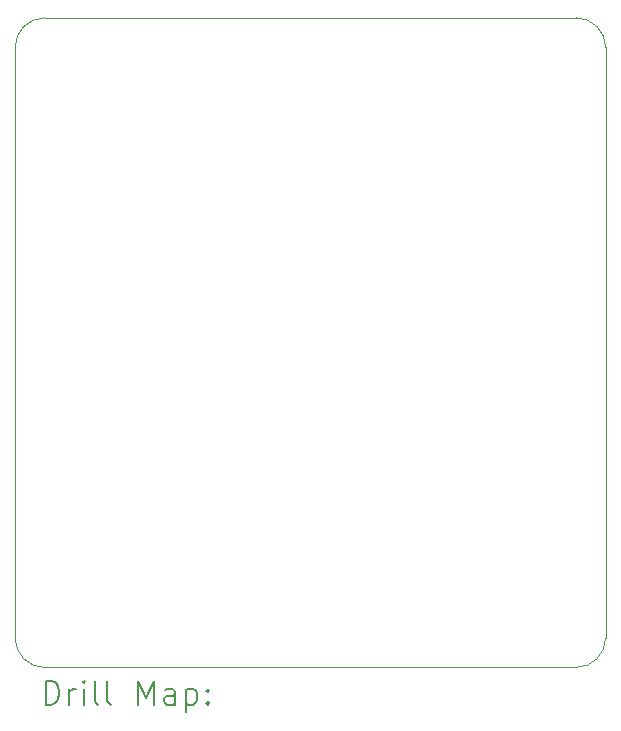
<source format=gbr>
%TF.GenerationSoftware,KiCad,Pcbnew,8.0.3-8.0.3-0~ubuntu22.04.1*%
%TF.CreationDate,2024-08-07T12:50:07+03:00*%
%TF.ProjectId,communication_body,636f6d6d-756e-4696-9361-74696f6e5f62,rev?*%
%TF.SameCoordinates,Original*%
%TF.FileFunction,Drillmap*%
%TF.FilePolarity,Positive*%
%FSLAX45Y45*%
G04 Gerber Fmt 4.5, Leading zero omitted, Abs format (unit mm)*
G04 Created by KiCad (PCBNEW 8.0.3-8.0.3-0~ubuntu22.04.1) date 2024-08-07 12:50:07*
%MOMM*%
%LPD*%
G01*
G04 APERTURE LIST*
%ADD10C,0.050000*%
%ADD11C,0.200000*%
G04 APERTURE END LIST*
D10*
X15966500Y-7346500D02*
G75*
G02*
X16216500Y-7596500I0J-250000D01*
G01*
X11466500Y-12846500D02*
G75*
G02*
X11216500Y-12596500I0J250000D01*
G01*
X15966500Y-12846500D02*
X11466500Y-12846500D01*
X11216500Y-12596500D02*
X11216500Y-7596500D01*
X16216500Y-7596500D02*
X16216500Y-12596500D01*
X11466500Y-7346500D02*
X15966500Y-7346500D01*
X16216500Y-12596500D02*
G75*
G02*
X15966500Y-12846500I-250000J0D01*
G01*
X11216500Y-7596500D02*
G75*
G02*
X11466500Y-7346500I250000J0D01*
G01*
D11*
X11474777Y-13160484D02*
X11474777Y-12960484D01*
X11474777Y-12960484D02*
X11522396Y-12960484D01*
X11522396Y-12960484D02*
X11550967Y-12970008D01*
X11550967Y-12970008D02*
X11570015Y-12989055D01*
X11570015Y-12989055D02*
X11579539Y-13008103D01*
X11579539Y-13008103D02*
X11589062Y-13046198D01*
X11589062Y-13046198D02*
X11589062Y-13074769D01*
X11589062Y-13074769D02*
X11579539Y-13112865D01*
X11579539Y-13112865D02*
X11570015Y-13131912D01*
X11570015Y-13131912D02*
X11550967Y-13150960D01*
X11550967Y-13150960D02*
X11522396Y-13160484D01*
X11522396Y-13160484D02*
X11474777Y-13160484D01*
X11674777Y-13160484D02*
X11674777Y-13027150D01*
X11674777Y-13065246D02*
X11684301Y-13046198D01*
X11684301Y-13046198D02*
X11693824Y-13036674D01*
X11693824Y-13036674D02*
X11712872Y-13027150D01*
X11712872Y-13027150D02*
X11731920Y-13027150D01*
X11798586Y-13160484D02*
X11798586Y-13027150D01*
X11798586Y-12960484D02*
X11789062Y-12970008D01*
X11789062Y-12970008D02*
X11798586Y-12979531D01*
X11798586Y-12979531D02*
X11808110Y-12970008D01*
X11808110Y-12970008D02*
X11798586Y-12960484D01*
X11798586Y-12960484D02*
X11798586Y-12979531D01*
X11922396Y-13160484D02*
X11903348Y-13150960D01*
X11903348Y-13150960D02*
X11893824Y-13131912D01*
X11893824Y-13131912D02*
X11893824Y-12960484D01*
X12027158Y-13160484D02*
X12008110Y-13150960D01*
X12008110Y-13150960D02*
X11998586Y-13131912D01*
X11998586Y-13131912D02*
X11998586Y-12960484D01*
X12255729Y-13160484D02*
X12255729Y-12960484D01*
X12255729Y-12960484D02*
X12322396Y-13103341D01*
X12322396Y-13103341D02*
X12389062Y-12960484D01*
X12389062Y-12960484D02*
X12389062Y-13160484D01*
X12570015Y-13160484D02*
X12570015Y-13055722D01*
X12570015Y-13055722D02*
X12560491Y-13036674D01*
X12560491Y-13036674D02*
X12541443Y-13027150D01*
X12541443Y-13027150D02*
X12503348Y-13027150D01*
X12503348Y-13027150D02*
X12484301Y-13036674D01*
X12570015Y-13150960D02*
X12550967Y-13160484D01*
X12550967Y-13160484D02*
X12503348Y-13160484D01*
X12503348Y-13160484D02*
X12484301Y-13150960D01*
X12484301Y-13150960D02*
X12474777Y-13131912D01*
X12474777Y-13131912D02*
X12474777Y-13112865D01*
X12474777Y-13112865D02*
X12484301Y-13093817D01*
X12484301Y-13093817D02*
X12503348Y-13084293D01*
X12503348Y-13084293D02*
X12550967Y-13084293D01*
X12550967Y-13084293D02*
X12570015Y-13074769D01*
X12665253Y-13027150D02*
X12665253Y-13227150D01*
X12665253Y-13036674D02*
X12684301Y-13027150D01*
X12684301Y-13027150D02*
X12722396Y-13027150D01*
X12722396Y-13027150D02*
X12741443Y-13036674D01*
X12741443Y-13036674D02*
X12750967Y-13046198D01*
X12750967Y-13046198D02*
X12760491Y-13065246D01*
X12760491Y-13065246D02*
X12760491Y-13122388D01*
X12760491Y-13122388D02*
X12750967Y-13141436D01*
X12750967Y-13141436D02*
X12741443Y-13150960D01*
X12741443Y-13150960D02*
X12722396Y-13160484D01*
X12722396Y-13160484D02*
X12684301Y-13160484D01*
X12684301Y-13160484D02*
X12665253Y-13150960D01*
X12846205Y-13141436D02*
X12855729Y-13150960D01*
X12855729Y-13150960D02*
X12846205Y-13160484D01*
X12846205Y-13160484D02*
X12836682Y-13150960D01*
X12836682Y-13150960D02*
X12846205Y-13141436D01*
X12846205Y-13141436D02*
X12846205Y-13160484D01*
X12846205Y-13036674D02*
X12855729Y-13046198D01*
X12855729Y-13046198D02*
X12846205Y-13055722D01*
X12846205Y-13055722D02*
X12836682Y-13046198D01*
X12836682Y-13046198D02*
X12846205Y-13036674D01*
X12846205Y-13036674D02*
X12846205Y-13055722D01*
M02*

</source>
